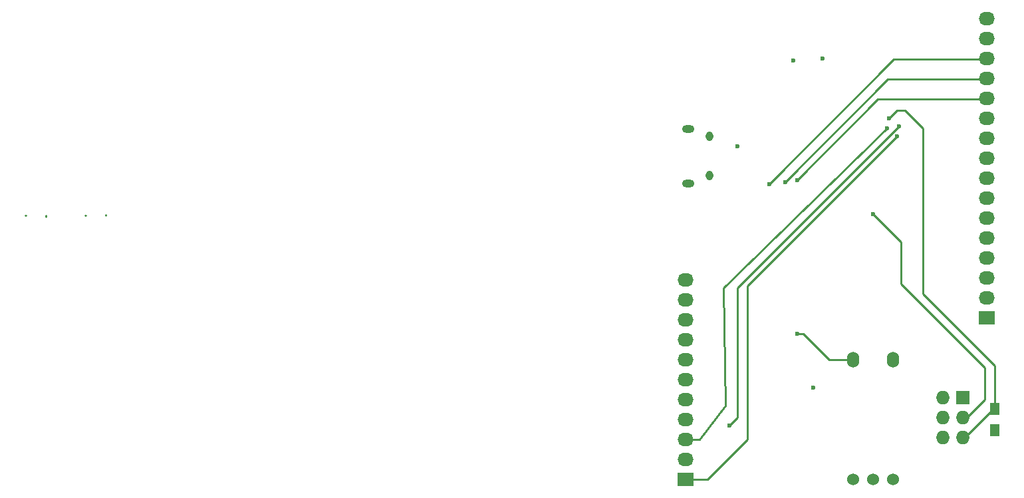
<source format=gbr>
G04 #@! TF.FileFunction,Copper,L2,Bot,Signal*
%FSLAX46Y46*%
G04 Gerber Fmt 4.6, Leading zero omitted, Abs format (unit mm)*
G04 Created by KiCad (PCBNEW 0.201508140901+6091~28~ubuntu14.04.1-product) date Sat 27 Feb 2016 11:06:28 PM EST*
%MOMM*%
G01*
G04 APERTURE LIST*
%ADD10C,0.100000*%
%ADD11R,1.727200X1.727200*%
%ADD12O,1.727200X1.727200*%
%ADD13R,2.032000X1.727200*%
%ADD14O,2.032000X1.727200*%
%ADD15O,0.950000X1.250000*%
%ADD16O,1.550000X1.000000*%
%ADD17O,1.524000X2.032000*%
%ADD18C,1.524000*%
%ADD19R,1.300000X1.500000*%
%ADD20C,0.600000*%
%ADD21C,0.250000*%
G04 APERTURE END LIST*
D10*
D11*
X54864000Y-69088000D03*
D12*
X52324000Y-69088000D03*
X54864000Y-71628000D03*
X52324000Y-71628000D03*
X54864000Y-74168000D03*
X52324000Y-74168000D03*
D13*
X19558000Y-79502000D03*
D14*
X19558000Y-76962000D03*
X19558000Y-74422000D03*
X19558000Y-71882000D03*
X19558000Y-69342000D03*
X19558000Y-66802000D03*
X19558000Y-64262000D03*
X19558000Y-61722000D03*
X19558000Y-59182000D03*
X19558000Y-56642000D03*
X19558000Y-54102000D03*
D15*
X22644540Y-35853100D03*
X22644540Y-40853100D03*
D16*
X19944540Y-34853100D03*
X19944540Y-41853100D03*
D17*
X40894000Y-64262000D03*
X45974000Y-64262000D03*
D18*
X40894000Y-79502000D03*
X43434000Y-79502000D03*
X45974000Y-79502000D03*
D19*
X58928000Y-73232000D03*
X58928000Y-70532000D03*
D13*
X57962800Y-58928000D03*
D14*
X57962800Y-56388000D03*
X57962800Y-53848000D03*
X57962800Y-51308000D03*
X57962800Y-48768000D03*
X57962800Y-46228000D03*
X57962800Y-43688000D03*
X57962800Y-41148000D03*
X57962800Y-38608000D03*
X57962800Y-36068000D03*
X57962800Y-33528000D03*
X57962800Y-30988000D03*
X57962800Y-28448000D03*
X57962800Y-25908000D03*
X57962800Y-23368000D03*
X57962800Y-20828000D03*
D20*
X37064000Y-25908000D03*
X33274000Y-26162000D03*
X26162000Y-37084000D03*
X35814000Y-67818000D03*
X43434000Y-45720000D03*
X45466000Y-33528000D03*
X33782000Y-60960000D03*
X33782000Y-41402000D03*
X32258000Y-41656000D03*
X30226000Y-41910000D03*
X46482000Y-35814000D03*
X46736000Y-34544000D03*
X25146000Y-72644000D03*
X45212000Y-34798000D03*
D21*
X-56769000Y-45923200D02*
X-56845200Y-45923200D01*
X-61849000Y-45923200D02*
X-61849000Y-46101000D01*
X-64389000Y-45923200D02*
X-64465200Y-45923200D01*
X-54229000Y-45923200D02*
X-54229000Y-45847000D01*
X37064000Y-25908000D02*
X37084000Y-25908000D01*
X19304000Y-58674000D02*
X19050000Y-58674000D01*
X54864000Y-71628000D02*
X55372000Y-71628000D01*
X55372000Y-71628000D02*
X57658000Y-69342000D01*
X57658000Y-69342000D02*
X57658000Y-65278000D01*
X57658000Y-65278000D02*
X46990000Y-54610000D01*
X46990000Y-54610000D02*
X46990000Y-49276000D01*
X46990000Y-49276000D02*
X43434000Y-45720000D01*
X54864000Y-74168000D02*
X54864000Y-73406000D01*
X55118000Y-74168000D02*
X58928000Y-70358000D01*
X46482000Y-32512000D02*
X45466000Y-33528000D01*
X47498000Y-32512000D02*
X46482000Y-32512000D01*
X49784000Y-34798000D02*
X47498000Y-32512000D01*
X49784000Y-55880000D02*
X49784000Y-34798000D01*
X58928000Y-65024000D02*
X49784000Y-55880000D01*
X58928000Y-70358000D02*
X58928000Y-65024000D01*
X54864000Y-74168000D02*
X54864000Y-73914000D01*
X40894000Y-64262000D02*
X37846000Y-64262000D01*
X34544000Y-60960000D02*
X33782000Y-60960000D01*
X37846000Y-64262000D02*
X34544000Y-60960000D01*
X57200800Y-31115000D02*
X44069000Y-31115000D01*
X44069000Y-31115000D02*
X33782000Y-41402000D01*
X57200800Y-28575000D02*
X45339000Y-28575000D01*
X45339000Y-28575000D02*
X32258000Y-41656000D01*
X57200800Y-26035000D02*
X46101000Y-26035000D01*
X46101000Y-26035000D02*
X30226000Y-41910000D01*
X19558000Y-79502000D02*
X22352000Y-79502000D01*
X27432000Y-54864000D02*
X46482000Y-35814000D01*
X27432000Y-74422000D02*
X27432000Y-54864000D01*
X22352000Y-79502000D02*
X27432000Y-74422000D01*
X26162000Y-55118000D02*
X46736000Y-34544000D01*
X26162000Y-71628000D02*
X26162000Y-55118000D01*
X25146000Y-72644000D02*
X26162000Y-71628000D01*
X19558000Y-74422000D02*
X21336000Y-74422000D01*
X24384000Y-55118000D02*
X45212000Y-34798000D01*
X24638000Y-70104000D02*
X24384000Y-55118000D01*
X21336000Y-74422000D02*
X24638000Y-70104000D01*
M02*

</source>
